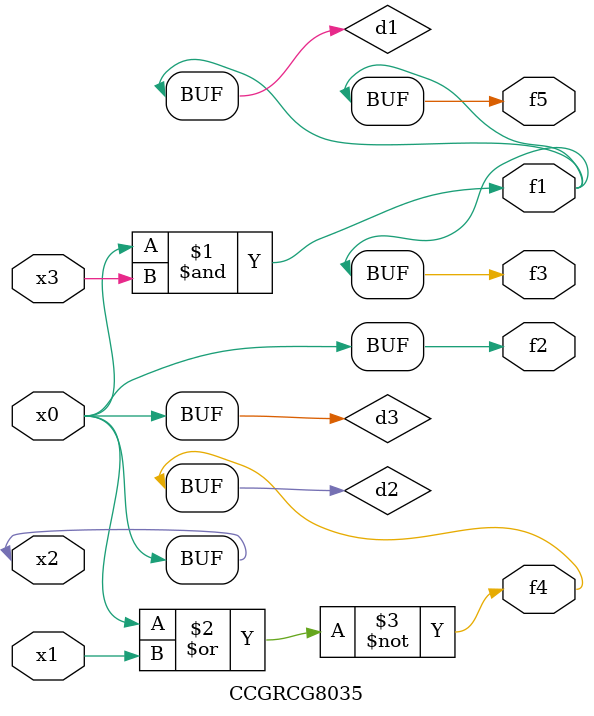
<source format=v>
module CCGRCG8035(
	input x0, x1, x2, x3,
	output f1, f2, f3, f4, f5
);

	wire d1, d2, d3;

	and (d1, x2, x3);
	nor (d2, x0, x1);
	buf (d3, x0, x2);
	assign f1 = d1;
	assign f2 = d3;
	assign f3 = d1;
	assign f4 = d2;
	assign f5 = d1;
endmodule

</source>
